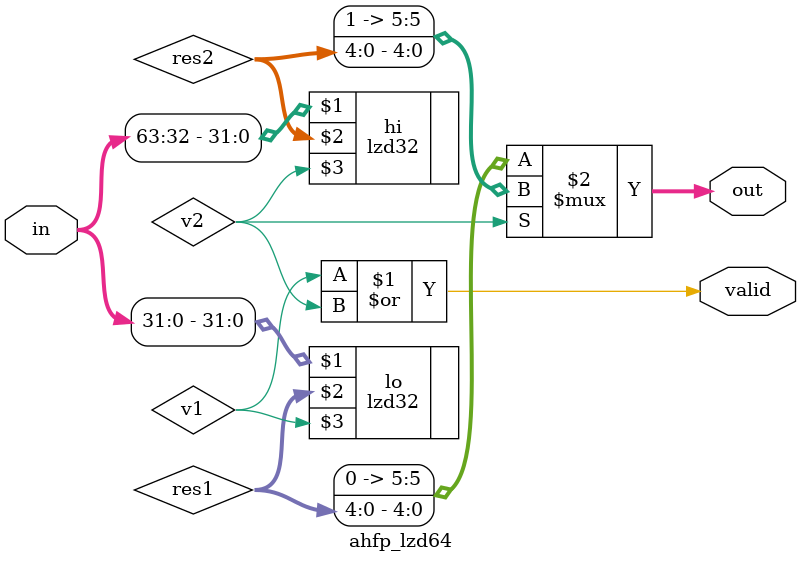
<source format=v>
module ahfp_lzd64(in, out, valid);
	input 	wire [63:0] in;
	output	wire [5:0] 	out;
	output	wire valid;
	wire [4:0] res1, res2;
	wire v1, v2;
	lzd32 lo(in[31:0], res1, v1);
	lzd32 hi(in[63:32], res2, v2);
	assign valid = v1 | v2;
	assign out = v2 ? {1'b1, res2} : {1'b0, res1};
endmodule
</source>
